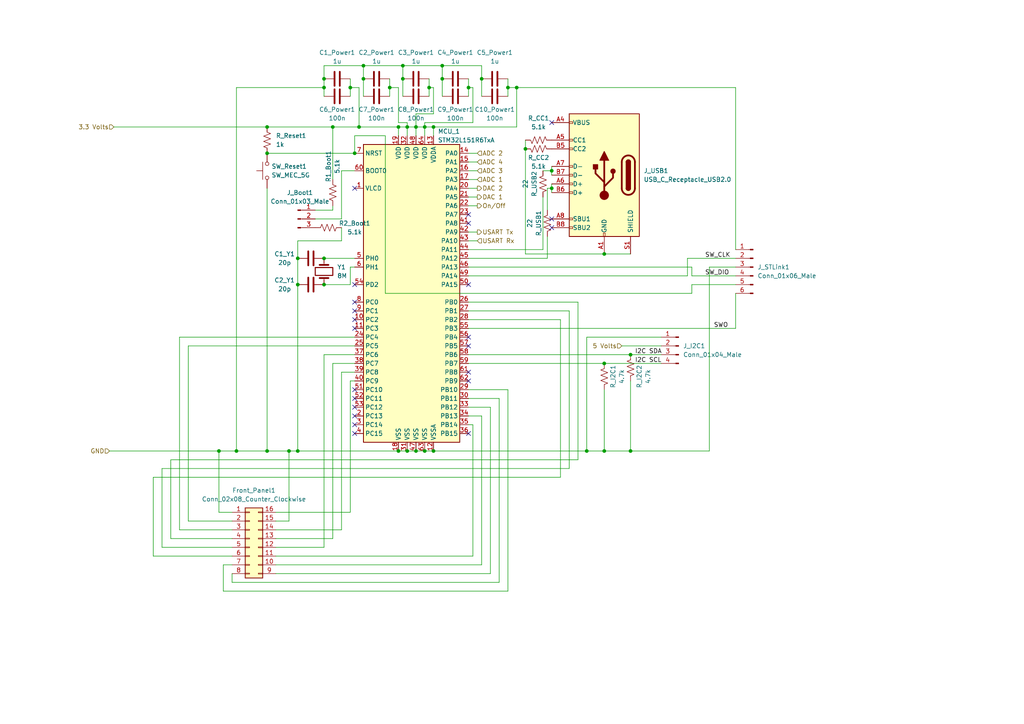
<source format=kicad_sch>
(kicad_sch (version 20211123) (generator eeschema)
  (paper "A4")
  (title_block (title "Primary Microcontroller") (date "2022-09-13") (rev "1") (company "George Mason University") (comment 2 "includes the display, LEDs, keypad, rotary encoder, and USB.") (comment 3 "voltage of channel 1, it also controls the I/O for the system. This") (comment 4 "This is the primary microcontroller, not only does this control the"))
  (lib_symbols
    (symbol "Connector:Conn_01x03_Male" (pin_names (offset 1.016) hide)
      (property "Reference" "J" (at 0 5.08 0))
      (property "Value" "Conn_01x03_Male" (at 0 -5.08 0))
      (symbol "Conn_01x03_Male_1_1"
        (polyline (pts (xy 1.27 -2.54) (xy 0.8636 -2.54)) (stroke (width 0.1524)))
        (polyline (pts (xy 1.27 0) (xy 0.8636 0)) (stroke (width 0.1524)))
        (polyline (pts (xy 1.27 2.54) (xy 0.8636 2.54)) (stroke (width 0.1524)))
        (rectangle (start 0.8636 -2.413) (end 0 -2.667) (stroke (width 0.1524)) (fill (type outline)))
        (rectangle (start 0.8636 0.127) (end 0 -0.127) (stroke (width 0.1524)) (fill (type outline)))
        (rectangle (start 0.8636 2.667) (end 0 2.413) (stroke (width 0.1524)) (fill (type outline)))
        (pin passive line (at 5.08 2.54 180) (length 3.81) (name "Pin_1") (number "1"))
        (pin passive line (at 5.08 0 180) (length 3.81) (name "Pin_2") (number "2"))
        (pin passive line (at 5.08 -2.54 180) (length 3.81) (name "Pin_3") (number "3"))
      )
    )
    (symbol "Connector:Conn_01x04_Male" (pin_names (offset 1.016) hide)
      (property "Reference" "J" (at 0 5.08 0))
      (property "Value" "Conn_01x04_Male" (at 0 -7.62 0))
      (symbol "Conn_01x04_Male_1_1"
        (polyline (pts (xy 1.27 -5.08) (xy 0.8636 -5.08)) (stroke (width 0.1524)))
        (polyline (pts (xy 1.27 -2.54) (xy 0.8636 -2.54)) (stroke (width 0.1524)))
        (polyline (pts (xy 1.27 0) (xy 0.8636 0)) (stroke (width 0.1524)))
        (polyline (pts (xy 1.27 2.54) (xy 0.8636 2.54)) (stroke (width 0.1524)))
        (rectangle (start 0.8636 -4.953) (end 0 -5.207) (stroke (width 0.1524)) (fill (type outline)))
        (rectangle (start 0.8636 -2.413) (end 0 -2.667) (stroke (width 0.1524)) (fill (type outline)))
        (rectangle (start 0.8636 0.127) (end 0 -0.127) (stroke (width 0.1524)) (fill (type outline)))
        (rectangle (start 0.8636 2.667) (end 0 2.413) (stroke (width 0.1524)) (fill (type outline)))
        (pin passive line (at 5.08 2.54 180) (length 3.81) (name "Pin_1") (number "1"))
        (pin passive line (at 5.08 0 180) (length 3.81) (name "Pin_2") (number "2"))
        (pin passive line (at 5.08 -2.54 180) (length 3.81) (name "Pin_3") (number "3"))
        (pin passive line (at 5.08 -5.08 180) (length 3.81) (name "Pin_4") (number "4"))
      )
    )
    (symbol "Connector:Conn_01x06_Male" (pin_names (offset 1.016) hide)
      (property "Reference" "J" (at 0 7.62 0))
      (property "Value" "Conn_01x06_Male" (at 0 -10.16 0))
      (symbol "Conn_01x06_Male_1_1"
        (polyline (pts (xy 1.27 -7.62) (xy 0.8636 -7.62)) (stroke (width 0.1524)))
        (polyline (pts (xy 1.27 -5.08) (xy 0.8636 -5.08)) (stroke (width 0.1524)))
        (polyline (pts (xy 1.27 -2.54) (xy 0.8636 -2.54)) (stroke (width 0.1524)))
        (polyline (pts (xy 1.27 0) (xy 0.8636 0)) (stroke (width 0.1524)))
        (polyline (pts (xy 1.27 2.54) (xy 0.8636 2.54)) (stroke (width 0.1524)))
        (polyline (pts (xy 1.27 5.08) (xy 0.8636 5.08)) (stroke (width 0.1524)))
        (rectangle (start 0.8636 -7.493) (end 0 -7.747) (stroke (width 0.1524)) (fill (type outline)))
        (rectangle (start 0.8636 -4.953) (end 0 -5.207) (stroke (width 0.1524)) (fill (type outline)))
        (rectangle (start 0.8636 -2.413) (end 0 -2.667) (stroke (width 0.1524)) (fill (type outline)))
        (rectangle (start 0.8636 0.127) (end 0 -0.127) (stroke (width 0.1524)) (fill (type outline)))
        (rectangle (start 0.8636 2.667) (end 0 2.413) (stroke (width 0.1524)) (fill (type outline)))
        (rectangle (start 0.8636 5.207) (end 0 4.953) (stroke (width 0.1524)) (fill (type outline)))
        (pin passive line (at 5.08 5.08 180) (length 3.81) (name "Pin_1") (number "1"))
        (pin passive line (at 5.08 2.54 180) (length 3.81) (name "Pin_2") (number "2"))
        (pin passive line (at 5.08 0 180) (length 3.81) (name "Pin_3") (number "3"))
        (pin passive line (at 5.08 -2.54 180) (length 3.81) (name "Pin_4") (number "4"))
        (pin passive line (at 5.08 -5.08 180) (length 3.81) (name "Pin_5") (number "5"))
        (pin passive line (at 5.08 -7.62 180) (length 3.81) (name "Pin_6") (number "6"))
      )
    )
    (symbol "Connector:USB_C_Receptacle_USB2.0" (pin_names (offset 1.016))
      (property "Reference" "J" (at -10.16 19.05 0))
      (property "Value" "USB_C_Receptacle_USB2.0" (at 19.05 19.05 0))
      (symbol "USB_C_Receptacle_USB2.0_0_0"
        (rectangle (start -0.254 -17.78) (end 0.254 -16.764))
        (rectangle (start 10.16 -14.986) (end 9.144 -15.494))
        (rectangle (start 10.16 -12.446) (end 9.144 -12.954))
        (rectangle (start 10.16 -4.826) (end 9.144 -5.334))
        (rectangle (start 10.16 -2.286) (end 9.144 -2.794))
        (rectangle (start 10.16 0.254) (end 9.144 -0.254))
        (rectangle (start 10.16 2.794) (end 9.144 2.286))
        (rectangle (start 10.16 7.874) (end 9.144 7.366))
        (rectangle (start 10.16 10.414) (end 9.144 9.906))
        (rectangle (start 10.16 15.494) (end 9.144 14.986))
      )
      (symbol "USB_C_Receptacle_USB2.0_0_1"
        (rectangle (start -10.16 17.78) (end 10.16 -17.78) (stroke (width 0.254)) (fill (type background)))
        (arc (start -8.89 -3.81) (mid -6.985 -5.715) (end -5.08 -3.81) (stroke (width 0.508)))
        (arc (start -7.62 -3.81) (mid -6.985 -4.445) (end -6.35 -3.81) (stroke (width 0.254)))
        (arc (start -7.62 -3.81) (mid -6.985 -4.445) (end -6.35 -3.81) (stroke (width 0.254)) (fill (type outline)))
        (rectangle (start -7.62 -3.81) (end -6.35 3.81) (stroke (width 0.254)) (fill (type outline)))
        (arc (start -6.35 3.81) (mid -6.985 4.445) (end -7.62 3.81) (stroke (width 0.254)))
        (arc (start -6.35 3.81) (mid -6.985 4.445) (end -7.62 3.81) (stroke (width 0.254)) (fill (type outline)))
        (arc (start -5.08 3.81) (mid -6.985 5.715) (end -8.89 3.81) (stroke (width 0.508)))
        (circle (center -2.54 1.143) (radius 0.635) (stroke (width 0.254)) (fill (type outline)))
        (circle (center 0 -5.842) (radius 1.27) (fill (type outline)))
        (polyline (pts (xy -8.89 -3.81) (xy -8.89 3.81)) (stroke (width 0.508)))
        (polyline (pts (xy -5.08 3.81) (xy -5.08 -3.81)) (stroke (width 0.508)))
        (polyline (pts (xy 0 -5.842) (xy 0 4.318)) (stroke (width 0.508)))
        (polyline (pts (xy 0 -3.302) (xy -2.54 -0.762) (xy -2.54 0.508)) (stroke (width 0.508)))
        (polyline (pts (xy 0 -2.032) (xy 2.54 0.508) (xy 2.54 1.778)) (stroke (width 0.508)))
        (polyline (pts (xy -1.27 4.318) (xy 0 6.858) (xy 1.27 4.318) (xy -1.27 4.318)) (stroke (width 0.254)) (fill (type outline)))
        (rectangle (start 1.905 1.778) (end 3.175 3.048) (stroke (width 0.254)) (fill (type outline)))
      )
      (symbol "USB_C_Receptacle_USB2.0_1_1"
        (pin passive line (at 0 -22.86 90) (length 5.08) (name "GND") (number "A1"))
        (pin passive line (at 0 -22.86 90) (length 5.08) hide (name "GND") (number "A12"))
        (pin passive line (at 15.24 15.24 180) (length 5.08) (name "VBUS") (number "A4"))
        (pin bidirectional line (at 15.24 10.16 180) (length 5.08) (name "CC1") (number "A5"))
        (pin bidirectional line (at 15.24 -2.54 180) (length 5.08) (name "D+") (number "A6"))
        (pin bidirectional line (at 15.24 2.54 180) (length 5.08) (name "D-") (number "A7"))
        (pin bidirectional line (at 15.24 -12.7 180) (length 5.08) (name "SBU1") (number "A8"))
        (pin passive line (at 15.24 15.24 180) (length 5.08) hide (name "VBUS") (number "A9"))
        (pin passive line (at 0 -22.86 90) (length 5.08) hide (name "GND") (number "B1"))
        (pin passive line (at 0 -22.86 90) (length 5.08) hide (name "GND") (number "B12"))
        (pin passive line (at 15.24 15.24 180) (length 5.08) hide (name "VBUS") (number "B4"))
        (pin bidirectional line (at 15.24 7.62 180) (length 5.08) (name "CC2") (number "B5"))
        (pin bidirectional line (at 15.24 -5.08 180) (length 5.08) (name "D+") (number "B6"))
        (pin bidirectional line (at 15.24 0 180) (length 5.08) (name "D-") (number "B7"))
        (pin bidirectional line (at 15.24 -15.24 180) (length 5.08) (name "SBU2") (number "B8"))
        (pin passive line (at 15.24 15.24 180) (length 5.08) hide (name "VBUS") (number "B9"))
        (pin passive line (at -7.62 -22.86 90) (length 5.08) (name "SHIELD") (number "S1"))
      )
    )
    (symbol "Connector_Generic:Conn_02x08_Counter_Clockwise" (pin_names (offset 1.016) hide)
      (property "Reference" "J" (at 1.27 10.16 0))
      (property "Value" "Conn_02x08_Counter_Clockwise" (at 1.27 -12.7 0))
      (symbol "Conn_02x08_Counter_Clockwise_1_1"
        (rectangle (start -1.27 -10.033) (end 0 -10.287) (stroke (width 0.1524)))
        (rectangle (start -1.27 -7.493) (end 0 -7.747) (stroke (width 0.1524)))
        (rectangle (start -1.27 -4.953) (end 0 -5.207) (stroke (width 0.1524)))
        (rectangle (start -1.27 -2.413) (end 0 -2.667) (stroke (width 0.1524)))
        (rectangle (start -1.27 0.127) (end 0 -0.127) (stroke (width 0.1524)))
        (rectangle (start -1.27 2.667) (end 0 2.413) (stroke (width 0.1524)))
        (rectangle (start -1.27 5.207) (end 0 4.953) (stroke (width 0.1524)))
        (rectangle (start -1.27 7.747) (end 0 7.493) (stroke (width 0.1524)))
        (rectangle (start -1.27 8.89) (end 3.81 -11.43) (stroke (width 0.254)) (fill (type background)))
        (rectangle (start 3.81 -10.033) (end 2.54 -10.287) (stroke (width 0.1524)))
        (rectangle (start 3.81 -7.493) (end 2.54 -7.747) (stroke (width 0.1524)))
        (rectangle (start 3.81 -4.953) (end 2.54 -5.207) (stroke (width 0.1524)))
        (rectangle (start 3.81 -2.413) (end 2.54 -2.667) (stroke (width 0.1524)))
        (rectangle (start 3.81 0.127) (end 2.54 -0.127) (stroke (width 0.1524)))
        (rectangle (start 3.81 2.667) (end 2.54 2.413) (stroke (width 0.1524)))
        (rectangle (start 3.81 5.207) (end 2.54 4.953) (stroke (width 0.1524)))
        (rectangle (start 3.81 7.747) (end 2.54 7.493) (stroke (width 0.1524)))
        (pin passive line (at -5.08 7.62 0) (length 3.81) (name "Pin_1") (number "1"))
        (pin passive line (at 7.62 -7.62 180) (length 3.81) (name "Pin_10") (number "10"))
        (pin passive line (at 7.62 -5.08 180) (length 3.81) (name "Pin_11") (number "11"))
        (pin passive line (at 7.62 -2.54 180) (length 3.81) (name "Pin_12") (number "12"))
        (pin passive line (at 7.62 0 180) (length 3.81) (name "Pin_13") (number "13"))
        (pin passive line (at 7.62 2.54 180) (length 3.81) (name "Pin_14") (number "14"))
        (pin passive line (at 7.62 5.08 180) (length 3.81) (name "Pin_15") (number "15"))
        (pin passive line (at 7.62 7.62 180) (length 3.81) (name "Pin_16") (number "16"))
        (pin passive line (at -5.08 5.08 0) (length 3.81) (name "Pin_2") (number "2"))
        (pin passive line (at -5.08 2.54 0) (length 3.81) (name "Pin_3") (number "3"))
        (pin passive line (at -5.08 0 0) (length 3.81) (name "Pin_4") (number "4"))
        (pin passive line (at -5.08 -2.54 0) (length 3.81) (name "Pin_5") (number "5"))
        (pin passive line (at -5.08 -5.08 0) (length 3.81) (name "Pin_6") (number "6"))
        (pin passive line (at -5.08 -7.62 0) (length 3.81) (name "Pin_7") (number "7"))
        (pin passive line (at -5.08 -10.16 0) (length 3.81) (name "Pin_8") (number "8"))
        (pin passive line (at 7.62 -10.16 180) (length 3.81) (name "Pin_9") (number "9"))
      )
    )
    (symbol "Device:C" (pin_numbers hide) (pin_names (offset 0.254))
      (property "Reference" "C" (at 0.635 2.54 0))
      (property "Value" "C" (at 0.635 -2.54 0))
      (symbol "C_0_1"
        (polyline (pts (xy -2.032 -0.762) (xy 2.032 -0.762)) (stroke (width 0.508)))
        (polyline (pts (xy -2.032 0.762) (xy 2.032 0.762)) (stroke (width 0.508)))
      )
      (symbol "C_1_1"
        (pin passive line (at 0 3.81 270) (length 2.794) (name "~") (number "1"))
        (pin passive line (at 0 -3.81 90) (length 2.794) (name "~") (number "2"))
      )
    )
    (symbol "Device:Crystal" (pin_numbers hide) (pin_names (offset 1.016) hide)
      (property "Reference" "Y" (at 0 3.81 0))
      (property "Value" "Crystal" (at 0 -3.81 0))
      (symbol "Crystal_0_1"
        (rectangle (start -1.143 2.54) (end 1.143 -2.54) (stroke (width 0.3048)))
        (polyline (pts (xy -2.54 0) (xy -1.905 0)))
        (polyline (pts (xy -1.905 -1.27) (xy -1.905 1.27)) (stroke (width 0.508)))
        (polyline (pts (xy 1.905 -1.27) (xy 1.905 1.27)) (stroke (width 0.508)))
        (polyline (pts (xy 2.54 0) (xy 1.905 0)))
      )
      (symbol "Crystal_1_1"
        (pin passive line (at -3.81 0 0) (length 1.27) (name "1") (number "1"))
        (pin passive line (at 3.81 0 180) (length 1.27) (name "2") (number "2"))
      )
    )
    (symbol "Device:R_US" (pin_numbers hide) (pin_names (offset 0))
      (property "Reference" "R" (at 2.54 0 90))
      (property "Value" "R_US" (at -2.54 0 90))
      (symbol "R_US_0_1"
        (polyline (pts (xy 0 -2.286) (xy 0 -2.54)))
        (polyline (pts (xy 0 2.286) (xy 0 2.54)))
        (polyline (pts (xy 0 -0.762) (xy 1.016 -1.143) (xy 0 -1.524) (xy -1.016 -1.905) (xy 0 -2.286)))
        (polyline (pts (xy 0 0.762) (xy 1.016 0.381) (xy 0 0) (xy -1.016 -0.381) (xy 0 -0.762)))
        (polyline (pts (xy 0 2.286) (xy 1.016 1.905) (xy 0 1.524) (xy -1.016 1.143) (xy 0 0.762)))
      )
      (symbol "R_US_1_1"
        (pin passive line (at 0 3.81 270) (length 1.27) (name "~") (number "1"))
        (pin passive line (at 0 -3.81 90) (length 1.27) (name "~") (number "2"))
      )
    )
    (symbol "MCU_ST_STM32L1:STM32L151R6TxA"
      (property "Reference" "U" (at -15.24 44.45 0))
      (property "Value" "STM32L151R6TxA" (at 7.62 44.45 0))
      (symbol "STM32L151R6TxA_0_1"
        (rectangle (start -15.24 -43.18) (end 12.7 43.18) (stroke (width 0.254)) (fill (type background)))
      )
      (symbol "STM32L151R6TxA_1_1"
        (pin power_in line (at -17.78 30.48 0) (length 2.54) (name "VLCD") (number "1"))
        (pin bidirectional line (at -17.78 -7.62 0) (length 2.54) (name "PC2") (number "10"))
        (pin bidirectional line (at -17.78 -10.16 0) (length 2.54) (name "PC3") (number "11"))
        (pin power_in line (at 5.08 -45.72 90) (length 2.54) (name "VSSA") (number "12"))
        (pin power_in line (at 5.08 45.72 270) (length 2.54) (name "VDDA") (number "13"))
        (pin bidirectional line (at 15.24 40.64 180) (length 2.54) (name "PA0") (number "14"))
        (pin bidirectional line (at 15.24 38.1 180) (length 2.54) (name "PA1") (number "15"))
        (pin bidirectional line (at 15.24 35.56 180) (length 2.54) (name "PA2") (number "16"))
        (pin bidirectional line (at 15.24 33.02 180) (length 2.54) (name "PA3") (number "17"))
        (pin power_in line (at -5.08 -45.72 90) (length 2.54) (name "VSS") (number "18"))
        (pin power_in line (at -5.08 45.72 270) (length 2.54) (name "VDD") (number "19"))
        (pin bidirectional line (at -17.78 -35.56 0) (length 2.54) (name "PC13") (number "2"))
        (pin bidirectional line (at 15.24 30.48 180) (length 2.54) (name "PA4") (number "20"))
        (pin bidirectional line (at 15.24 27.94 180) (length 2.54) (name "PA5") (number "21"))
        (pin bidirectional line (at 15.24 25.4 180) (length 2.54) (name "PA6") (number "22"))
        (pin bidirectional line (at 15.24 22.86 180) (length 2.54) (name "PA7") (number "23"))
        (pin bidirectional line (at -17.78 -12.7 0) (length 2.54) (name "PC4") (number "24"))
        (pin bidirectional line (at -17.78 -15.24 0) (length 2.54) (name "PC5") (number "25"))
        (pin bidirectional line (at 15.24 -2.54 180) (length 2.54) (name "PB0") (number "26"))
        (pin bidirectional line (at 15.24 -5.08 180) (length 2.54) (name "PB1") (number "27"))
        (pin bidirectional line (at 15.24 -7.62 180) (length 2.54) (name "PB2") (number "28"))
        (pin bidirectional line (at 15.24 -27.94 180) (length 2.54) (name "PB10") (number "29"))
        (pin bidirectional line (at -17.78 -38.1 0) (length 2.54) (name "PC14") (number "3"))
        (pin bidirectional line (at 15.24 -30.48 180) (length 2.54) (name "PB11") (number "30"))
        (pin power_in line (at -2.54 -45.72 90) (length 2.54) (name "VSS") (number "31"))
        (pin power_in line (at -2.54 45.72 270) (length 2.54) (name "VDD") (number "32"))
        (pin bidirectional line (at 15.24 -33.02 180) (length 2.54) (name "PB12") (number "33"))
        (pin bidirectional line (at 15.24 -35.56 180) (length 2.54) (name "PB13") (number "34"))
        (pin bidirectional line (at 15.24 -38.1 180) (length 2.54) (name "PB14") (number "35"))
        (pin bidirectional line (at 15.24 -40.64 180) (length 2.54) (name "PB15") (number "36"))
        (pin bidirectional line (at -17.78 -17.78 0) (length 2.54) (name "PC6") (number "37"))
        (pin bidirectional line (at -17.78 -20.32 0) (length 2.54) (name "PC7") (number "38"))
        (pin bidirectional line (at -17.78 -22.86 0) (length 2.54) (name "PC8") (number "39"))
        (pin bidirectional line (at -17.78 -40.64 0) (length 2.54) (name "PC15") (number "4"))
        (pin bidirectional line (at -17.78 -25.4 0) (length 2.54) (name "PC9") (number "40"))
        (pin bidirectional line (at 15.24 20.32 180) (length 2.54) (name "PA8") (number "41"))
        (pin bidirectional line (at 15.24 17.78 180) (length 2.54) (name "PA9") (number "42"))
        (pin bidirectional line (at 15.24 15.24 180) (length 2.54) (name "PA10") (number "43"))
        (pin bidirectional line (at 15.24 12.7 180) (length 2.54) (name "PA11") (number "44"))
        (pin bidirectional line (at 15.24 10.16 180) (length 2.54) (name "PA12") (number "45"))
        (pin bidirectional line (at 15.24 7.62 180) (length 2.54) (name "PA13") (number "46"))
        (pin power_in line (at 0 -45.72 90) (length 2.54) (name "VSS") (number "47"))
        (pin power_in line (at 0 45.72 270) (length 2.54) (name "VDD") (number "48"))
        (pin bidirectional line (at 15.24 5.08 180) (length 2.54) (name "PA14") (number "49"))
        (pin input line (at -17.78 10.16 0) (length 2.54) (name "PH0") (number "5"))
        (pin bidirectional line (at 15.24 2.54 180) (length 2.54) (name "PA15") (number "50"))
        (pin bidirectional line (at -17.78 -27.94 0) (length 2.54) (name "PC10") (number "51"))
        (pin bidirectional line (at -17.78 -30.48 0) (length 2.54) (name "PC11") (number "52"))
        (pin bidirectional line (at -17.78 -33.02 0) (length 2.54) (name "PC12") (number "53"))
        (pin bidirectional line (at -17.78 2.54 0) (length 2.54) (name "PD2") (number "54"))
        (pin bidirectional line (at 15.24 -10.16 180) (length 2.54) (name "PB3") (number "55"))
        (pin bidirectional line (at 15.24 -12.7 180) (length 2.54) (name "PB4") (number "56"))
        (pin bidirectional line (at 15.24 -15.24 180) (length 2.54) (name "PB5") (number "57"))
        (pin bidirectional line (at 15.24 -17.78 180) (length 2.54) (name "PB6") (number "58"))
        (pin bidirectional line (at 15.24 -20.32 180) (length 2.54) (name "PB7") (number "59"))
        (pin input line (at -17.78 7.62 0) (length 2.54) (name "PH1") (number "6"))
        (pin input line (at -17.78 35.56 0) (length 2.54) (name "BOOT0") (number "60"))
        (pin bidirectional line (at 15.24 -22.86 180) (length 2.54) (name "PB8") (number "61"))
        (pin bidirectional line (at 15.24 -25.4 180) (length 2.54) (name "PB9") (number "62"))
        (pin power_in line (at 2.54 -45.72 90) (length 2.54) (name "VSS") (number "63"))
        (pin power_in line (at 2.54 45.72 270) (length 2.54) (name "VDD") (number "64"))
        (pin input line (at -17.78 40.64 0) (length 2.54) (name "NRST") (number "7"))
        (pin bidirectional line (at -17.78 -2.54 0) (length 2.54) (name "PC0") (number "8"))
        (pin bidirectional line (at -17.78 -5.08 0) (length 2.54) (name "PC1") (number "9"))
      )
    )
    (symbol "Switch:SW_Push" (pin_numbers hide) (pin_names (offset 1.016) hide)
      (property "Reference" "SW" (at 1.27 2.54 0))
      (property "Value" "SW_Push" (at 0 -1.524 0))
      (symbol "SW_Push_0_1"
        (circle (center -2.032 0) (radius 0.508))
        (polyline (pts (xy 0 1.27) (xy 0 3.048)))
        (polyline (pts (xy 2.54 1.27) (xy -2.54 1.27)))
        (circle (center 2.032 0) (radius 0.508))
        (pin passive line (at -5.08 0 0) (length 2.54) (name "1") (number "1"))
        (pin passive line (at 5.08 0 180) (length 2.54) (name "2") (number "2"))
      )
    )
  )
  (junction (at 175.26 105.41))
  (junction (at 68.58 130.81))
  (junction (at 96.52 36.83))
  (junction (at 135.89 25.4))
  (junction (at 118.11 36.83))
  (junction (at 105.41 19.05))
  (junction (at 83.82 130.81))
  (junction (at 115.57 130.81))
  (junction (at 125.73 36.83))
  (junction (at 120.65 36.83))
  (junction (at 120.65 130.81))
  (junction (at 113.03 25.4))
  (junction (at 93.98 22.86))
  (junction (at 147.32 25.4))
  (junction (at 115.57 36.83))
  (junction (at 93.98 25.4))
  (junction (at 86.36 130.81))
  (junction (at 123.19 130.81))
  (junction (at 128.27 22.86))
  (junction (at 86.36 82.55))
  (junction (at 93.98 82.55))
  (junction (at 105.41 22.86))
  (junction (at 77.47 36.83))
  (junction (at 116.84 19.05))
  (junction (at 182.88 130.81))
  (junction (at 128.27 19.05))
  (junction (at 101.6 25.4))
  (junction (at 152.4 43.18))
  (junction (at 123.19 36.83))
  (junction (at 93.98 74.93))
  (junction (at 86.36 74.93))
  (junction (at 102.87 44.45))
  (junction (at 170.18 130.81))
  (junction (at 77.47 130.81))
  (junction (at 160.02 49.53))
  (junction (at 139.7 22.86))
  (junction (at 182.88 102.87))
  (junction (at 104.14 36.83))
  (junction (at 63.5 130.81))
  (junction (at 118.11 130.81))
  (junction (at 124.46 25.4))
  (junction (at 125.73 130.81))
  (junction (at 77.47 44.45))
  (junction (at 149.86 25.4))
  (junction (at 116.84 22.86))
  (junction (at 175.26 73.66))
  (junction (at 160.02 54.61))
  (junction (at 175.26 130.81))
  (no_connect (at 160.02 66.04))
  (no_connect (at 160.02 63.5))
  (no_connect (at 160.02 35.56))
  (no_connect (at 135.89 110.49))
  (no_connect (at 135.89 100.33))
  (no_connect (at 135.89 107.95))
  (no_connect (at 102.87 82.55))
  (no_connect (at 102.87 113.03))
  (no_connect (at 102.87 125.73))
  (no_connect (at 102.87 123.19))
  (no_connect (at 102.87 120.65))
  (no_connect (at 102.87 118.11))
  (no_connect (at 102.87 115.57))
  (no_connect (at 102.87 95.25))
  (no_connect (at 102.87 92.71))
  (no_connect (at 102.87 90.17))
  (no_connect (at 102.87 87.63))
  (no_connect (at 135.89 62.23))
  (no_connect (at 135.89 64.77))
  (no_connect (at 135.89 125.73))
  (no_connect (at 135.89 82.55))
  (no_connect (at 102.87 54.61))
  (no_connect (at 135.89 97.79))
  (wire (pts (xy 111.76 85.09) (xy 111.76 39.37)))
  (wire (pts (xy 67.31 151.13) (xy 54.61 151.13)))
  (wire (pts (xy 102.87 97.79) (xy 52.07 97.79)))
  (wire (pts (xy 64.77 163.83) (xy 67.31 163.83)))
  (wire (pts (xy 147.32 25.4) (xy 147.32 27.94)))
  (wire (pts (xy 113.03 25.4) (xy 113.03 27.94)))
  (wire (pts (xy 137.16 161.29) (xy 80.01 161.29)))
  (wire (pts (xy 83.82 130.81) (xy 86.36 130.81)))
  (wire (pts (xy 91.44 60.96) (xy 96.52 60.96)))
  (wire (pts (xy 67.31 168.91) (xy 67.31 166.37)))
  (wire (pts (xy 99.06 153.67) (xy 80.01 153.67)))
  (wire (pts (xy 144.78 168.91) (xy 67.31 168.91)))
  (wire (pts (xy 105.41 19.05) (xy 105.41 22.86)))
  (wire (pts (xy 162.56 138.43) (xy 44.45 138.43)))
  (wire (pts (xy 52.07 97.79) (xy 52.07 153.67)))
  (wire (pts (xy 123.19 35.56) (xy 123.19 36.83)))
  (wire (pts (xy 86.36 82.55) (xy 86.36 130.81)))
  (wire (pts (xy 99.06 107.95) (xy 99.06 153.67)))
  (wire (pts (xy 124.46 25.4) (xy 125.73 25.4)))
  (wire (pts (xy 135.89 113.03) (xy 147.32 113.03)))
  (wire (pts (xy 147.32 113.03) (xy 147.32 171.45)))
  (wire (pts (xy 96.52 59.69) (xy 96.52 60.96)))
  (wire (pts (xy 125.73 130.81) (xy 170.18 130.81)))
  (wire (pts (xy 135.89 59.69) (xy 138.43 59.69)))
  (wire (pts (xy 135.89 123.19) (xy 137.16 123.19)))
  (wire (pts (xy 152.4 43.18) (xy 152.4 73.66)))
  (wire (pts (xy 200.66 80.01) (xy 213.36 80.01)))
  (wire (pts (xy 54.61 151.13) (xy 54.61 100.33)))
  (wire (pts (xy 157.48 57.15) (xy 157.48 72.39)))
  (wire (pts (xy 33.02 36.83) (xy 77.47 36.83)))
  (wire (pts (xy 93.98 102.87) (xy 102.87 102.87)))
  (wire (pts (xy 123.19 36.83) (xy 125.73 36.83)))
  (wire (pts (xy 96.52 156.21) (xy 80.01 156.21)))
  (wire (pts (xy 93.98 74.93) (xy 102.87 74.93)))
  (wire (pts (xy 101.6 77.47) (xy 102.87 77.47)))
  (wire (pts (xy 54.61 100.33) (xy 102.87 100.33)))
  (wire (pts (xy 135.89 69.85) (xy 138.43 69.85)))
  (wire (pts (xy 142.24 166.37) (xy 80.01 166.37)))
  (wire (pts (xy 200.66 85.09) (xy 200.66 82.55)))
  (wire (pts (xy 49.53 156.21) (xy 67.31 156.21)))
  (wire (pts (xy 160.02 48.26) (xy 160.02 49.53)))
  (wire (pts (xy 115.57 36.83) (xy 115.57 39.37)))
  (wire (pts (xy 124.46 25.4) (xy 124.46 27.94)))
  (wire (pts (xy 142.24 118.11) (xy 142.24 166.37)))
  (wire (pts (xy 83.82 151.13) (xy 83.82 130.81)))
  (wire (pts (xy 137.16 35.56) (xy 123.19 35.56)))
  (wire (pts (xy 139.7 120.65) (xy 139.7 163.83)))
  (wire (pts (xy 68.58 25.4) (xy 93.98 25.4)))
  (wire (pts (xy 93.98 22.86) (xy 93.98 25.4)))
  (wire (pts (xy 200.66 82.55) (xy 213.36 82.55)))
  (wire (pts (xy 118.11 36.83) (xy 120.65 36.83)))
  (wire (pts (xy 135.89 54.61) (xy 138.43 54.61)))
  (wire (pts (xy 120.65 33.02) (xy 120.65 36.83)))
  (wire (pts (xy 139.7 22.86) (xy 139.7 27.94)))
  (wire (pts (xy 102.87 49.53) (xy 99.06 49.53)))
  (wire (pts (xy 160.02 53.34) (xy 160.02 54.61)))
  (wire (pts (xy 101.6 82.55) (xy 101.6 77.47)))
  (wire (pts (xy 137.16 123.19) (xy 137.16 161.29)))
  (wire (pts (xy 49.53 133.35) (xy 167.64 133.35)))
  (wire (pts (xy 135.89 57.15) (xy 138.43 57.15)))
  (wire (pts (xy 115.57 25.4) (xy 115.57 35.56)))
  (wire (pts (xy 135.89 102.87) (xy 182.88 102.87)))
  (wire (pts (xy 115.57 130.81) (xy 118.11 130.81)))
  (wire (pts (xy 96.52 36.83) (xy 104.14 36.83)))
  (wire (pts (xy 93.98 25.4) (xy 93.98 27.94)))
  (wire (pts (xy 120.65 130.81) (xy 123.19 130.81)))
  (wire (pts (xy 213.36 77.47) (xy 205.74 77.47)))
  (wire (pts (xy 102.87 39.37) (xy 102.87 44.45)))
  (wire (pts (xy 144.78 115.57) (xy 144.78 168.91)))
  (wire (pts (xy 105.41 22.86) (xy 105.41 27.94)))
  (wire (pts (xy 128.27 19.05) (xy 128.27 22.86)))
  (wire (pts (xy 68.58 130.81) (xy 68.58 25.4)))
  (wire (pts (xy 139.7 19.05) (xy 139.7 22.86)))
  (wire (pts (xy 128.27 22.86) (xy 128.27 27.94)))
  (wire (pts (xy 165.1 90.17) (xy 165.1 135.89)))
  (wire (pts (xy 115.57 36.83) (xy 118.11 36.83)))
  (wire (pts (xy 135.89 25.4) (xy 135.89 27.94)))
  (wire (pts (xy 123.19 130.81) (xy 125.73 130.81)))
  (wire (pts (xy 213.36 95.25) (xy 213.36 85.09)))
  (wire (pts (xy 213.36 25.4) (xy 213.36 72.39)))
  (wire (pts (xy 67.31 148.59) (xy 63.5 148.59)))
  (wire (pts (xy 99.06 49.53) (xy 99.06 63.5)))
  (wire (pts (xy 93.98 82.55) (xy 101.6 82.55)))
  (wire (pts (xy 86.36 74.93) (xy 86.36 82.55)))
  (wire (pts (xy 175.26 130.81) (xy 182.88 130.81)))
  (wire (pts (xy 165.1 135.89) (xy 46.99 135.89)))
  (wire (pts (xy 175.26 105.41) (xy 191.77 105.41)))
  (wire (pts (xy 205.74 77.47) (xy 205.74 130.81)))
  (wire (pts (xy 135.89 25.4) (xy 137.16 25.4)))
  (wire (pts (xy 135.89 72.39) (xy 157.48 72.39)))
  (wire (pts (xy 182.88 110.49) (xy 182.88 130.81)))
  (wire (pts (xy 152.4 73.66) (xy 175.26 73.66)))
  (wire (pts (xy 80.01 151.13) (xy 83.82 151.13)))
  (wire (pts (xy 120.65 36.83) (xy 120.65 39.37)))
  (wire (pts (xy 111.76 85.09) (xy 200.66 85.09)))
  (wire (pts (xy 118.11 35.56) (xy 118.11 36.83)))
  (wire (pts (xy 116.84 19.05) (xy 116.84 22.86)))
  (wire (pts (xy 86.36 130.81) (xy 115.57 130.81)))
  (wire (pts (xy 31.75 130.81) (xy 63.5 130.81)))
  (wire (pts (xy 96.52 105.41) (xy 96.52 156.21)))
  (wire (pts (xy 135.89 52.07) (xy 138.43 52.07)))
  (wire (pts (xy 199.39 74.93) (xy 213.36 74.93)))
  (wire (pts (xy 135.89 115.57) (xy 144.78 115.57)))
  (wire (pts (xy 77.47 44.45) (xy 102.87 44.45)))
  (wire (pts (xy 99.06 63.5) (xy 91.44 63.5)))
  (wire (pts (xy 68.58 130.81) (xy 77.47 130.81)))
  (wire (pts (xy 46.99 158.75) (xy 67.31 158.75)))
  (wire (pts (xy 63.5 148.59) (xy 63.5 130.81)))
  (wire (pts (xy 182.88 102.87) (xy 191.77 102.87)))
  (wire (pts (xy 158.75 68.58) (xy 158.75 74.93)))
  (wire (pts (xy 99.06 107.95) (xy 102.87 107.95)))
  (wire (pts (xy 102.87 105.41) (xy 96.52 105.41)))
  (wire (pts (xy 125.73 36.83) (xy 149.86 36.83)))
  (wire (pts (xy 86.36 69.85) (xy 86.36 74.93)))
  (wire (pts (xy 118.11 36.83) (xy 118.11 39.37)))
  (wire (pts (xy 135.89 80.01) (xy 199.39 80.01)))
  (wire (pts (xy 128.27 19.05) (xy 139.7 19.05)))
  (wire (pts (xy 160.02 49.53) (xy 160.02 50.8)))
  (wire (pts (xy 167.64 87.63) (xy 135.89 87.63)))
  (wire (pts (xy 63.5 130.81) (xy 68.58 130.81)))
  (wire (pts (xy 170.18 130.81) (xy 175.26 130.81)))
  (wire (pts (xy 93.98 158.75) (xy 80.01 158.75)))
  (wire (pts (xy 135.89 44.45) (xy 138.43 44.45)))
  (wire (pts (xy 124.46 22.86) (xy 124.46 25.4)))
  (wire (pts (xy 170.18 97.79) (xy 170.18 130.81)))
  (wire (pts (xy 101.6 25.4) (xy 104.14 25.4)))
  (wire (pts (xy 113.03 22.86) (xy 113.03 25.4)))
  (wire (pts (xy 77.47 36.83) (xy 96.52 36.83)))
  (wire (pts (xy 120.65 36.83) (xy 123.19 36.83)))
  (wire (pts (xy 101.6 25.4) (xy 101.6 27.94)))
  (wire (pts (xy 182.88 130.81) (xy 205.74 130.81)))
  (wire (pts (xy 158.75 54.61) (xy 160.02 54.61)))
  (wire (pts (xy 180.34 100.33) (xy 191.77 100.33)))
  (wire (pts (xy 191.77 97.79) (xy 170.18 97.79)))
  (wire (pts (xy 125.73 25.4) (xy 125.73 33.02)))
  (wire (pts (xy 135.89 118.11) (xy 142.24 118.11)))
  (wire (pts (xy 101.6 110.49) (xy 101.6 148.59)))
  (wire (pts (xy 44.45 138.43) (xy 44.45 161.29)))
  (wire (pts (xy 152.4 40.64) (xy 152.4 43.18)))
  (wire (pts (xy 93.98 22.86) (xy 93.98 19.05)))
  (wire (pts (xy 101.6 22.86) (xy 101.6 25.4)))
  (wire (pts (xy 147.32 171.45) (xy 64.77 171.45)))
  (wire (pts (xy 86.36 69.85) (xy 99.06 69.85)))
  (wire (pts (xy 113.03 25.4) (xy 115.57 25.4)))
  (wire (pts (xy 99.06 66.04) (xy 99.06 69.85)))
  (wire (pts (xy 182.88 73.66) (xy 175.26 73.66)))
  (wire (pts (xy 125.73 33.02) (xy 120.65 33.02)))
  (wire (pts (xy 162.56 92.71) (xy 162.56 138.43)))
  (wire (pts (xy 135.89 74.93) (xy 158.75 74.93)))
  (wire (pts (xy 52.07 153.67) (xy 67.31 153.67)))
  (wire (pts (xy 116.84 19.05) (xy 128.27 19.05)))
  (wire (pts (xy 149.86 25.4) (xy 213.36 25.4)))
  (wire (pts (xy 175.26 113.03) (xy 175.26 130.81)))
  (wire (pts (xy 149.86 36.83) (xy 149.86 25.4)))
  (wire (pts (xy 115.57 35.56) (xy 118.11 35.56)))
  (wire (pts (xy 157.48 49.53) (xy 160.02 49.53)))
  (wire (pts (xy 160.02 54.61) (xy 160.02 55.88)))
  (wire (pts (xy 135.89 67.31) (xy 138.43 67.31)))
  (wire (pts (xy 101.6 148.59) (xy 80.01 148.59)))
  (wire (pts (xy 96.52 36.83) (xy 96.52 52.07)))
  (wire (pts (xy 167.64 133.35) (xy 167.64 87.63)))
  (wire (pts (xy 147.32 22.86) (xy 147.32 25.4)))
  (wire (pts (xy 135.89 49.53) (xy 138.43 49.53)))
  (wire (pts (xy 105.41 19.05) (xy 116.84 19.05)))
  (wire (pts (xy 93.98 19.05) (xy 105.41 19.05)))
  (wire (pts (xy 199.39 80.01) (xy 199.39 74.93)))
  (wire (pts (xy 135.89 22.86) (xy 135.89 25.4)))
  (wire (pts (xy 104.14 25.4) (xy 104.14 36.83)))
  (wire (pts (xy 46.99 135.89) (xy 46.99 158.75)))
  (wire (pts (xy 137.16 25.4) (xy 137.16 35.56)))
  (wire (pts (xy 116.84 22.86) (xy 116.84 27.94)))
  (wire (pts (xy 135.89 105.41) (xy 175.26 105.41)))
  (wire (pts (xy 77.47 54.61) (xy 77.47 130.81)))
  (wire (pts (xy 118.11 130.81) (xy 120.65 130.81)))
  (wire (pts (xy 123.19 36.83) (xy 123.19 39.37)))
  (wire (pts (xy 149.86 25.4) (xy 147.32 25.4)))
  (wire (pts (xy 125.73 36.83) (xy 125.73 39.37)))
  (wire (pts (xy 93.98 102.87) (xy 93.98 158.75)))
  (wire (pts (xy 111.76 39.37) (xy 102.87 39.37)))
  (wire (pts (xy 49.53 133.35) (xy 49.53 156.21)))
  (wire (pts (xy 135.89 90.17) (xy 165.1 90.17)))
  (wire (pts (xy 64.77 171.45) (xy 64.77 163.83)))
  (wire (pts (xy 135.89 46.99) (xy 138.43 46.99)))
  (wire (pts (xy 135.89 95.25) (xy 213.36 95.25)))
  (wire (pts (xy 77.47 130.81) (xy 83.82 130.81)))
  (wire (pts (xy 158.75 54.61) (xy 158.75 60.96)))
  (wire (pts (xy 135.89 77.47) (xy 200.66 77.47)))
  (wire (pts (xy 44.45 161.29) (xy 67.31 161.29)))
  (wire (pts (xy 200.66 77.47) (xy 200.66 80.01)))
  (wire (pts (xy 135.89 92.71) (xy 162.56 92.71)))
  (wire (pts (xy 135.89 120.65) (xy 139.7 120.65)))
  (wire (pts (xy 139.7 163.83) (xy 80.01 163.83)))
  (wire (pts (xy 104.14 36.83) (xy 115.57 36.83)))
  (wire (pts (xy 102.87 110.49) (xy 101.6 110.49)))
  (label "SW_CLK" (at 204.47 74.93 0))
  (label "SWO" (at 207.01 95.25 0))
  (label "I2C SDA" (at 184.15 102.87 0))
  (label "SW_DIO" (at 204.47 80.01 0))
  (label "I2C SCL" (at 184.15 105.41 0))
  (hierarchical_label "ADC 3" (shape input) (at 138.43 49.53 0))
  (hierarchical_label "USART Tx" (shape output) (at 138.43 67.31 0))
  (hierarchical_label "3.3 Volts" (shape input) (at 33.02 36.83 180))
  (hierarchical_label "USART Rx" (shape input) (at 138.43 69.85 0))
  (hierarchical_label "ADC 2" (shape input) (at 138.43 44.45 0))
  (hierarchical_label "On{slash}Off" (shape output) (at 138.43 59.69 0))
  (hierarchical_label "DAC 2" (shape output) (at 138.43 54.61 0))
  (hierarchical_label "GND" (shape input) (at 31.75 130.81 180))
  (hierarchical_label "5 Volts" (shape input) (at 180.34 100.33 180))
  (hierarchical_label "ADC 1" (shape input) (at 138.43 52.07 0))
  (hierarchical_label "ADC 4" (shape input) (at 138.43 46.99 0))
  (hierarchical_label "DAC 1" (shape output) (at 138.43 57.15 0))
  (symbol (lib_id "Device:Crystal") (at 93.98 78.74 90) (unit 1)
    (property "Reference" "Y1" (at 97.79 77.4699 90) (effects (justify right)))
    (property "Value" "8M" (at 97.79 80.0099 90) (effects (justify right)))
    (property "Footprint" "Crystal:Crystal_SMD_HC49-SD" (effects hide))
  )
  (symbol (lib_id "Device:C") (at 90.17 82.55 90) (mirror x) (unit 1)
    (property "Reference" "C2_Y1" (at 82.55 81.28 90))
    (property "Value" "20p" (at 82.55 83.82 90))
    (property "Footprint" "Capacitor_SMD:C_0603_1608Metric" (effects hide))
  )
  (symbol (lib_id "Device:R_US") (at 157.48 53.34 0) (mirror x) (unit 1)
    (property "Reference" "R_USB2" (at 154.94 53.34 90))
    (property "Value" "22" (at 152.4 53.34 90))
    (property "Footprint" "Resistor_SMD:R_0603_1608Metric" (effects hide))
  )
  (symbol (lib_id "Connector:Conn_01x04_Male") (at 196.85 100.33 0) (mirror y) (unit 1)
    (property "Reference" "J_I2C1" (at 198.12 100.3299 0) (effects (justify right)))
    (property "Value" "Conn_01x04_Male" (at 198.12 102.8699 0) (effects (justify right)))
    (property "Footprint" "Connector_PinHeader_2.54mm:PinHeader_1x04_P2.54mm_Vertical" (effects hide))
  )
  (symbol (lib_id "Device:R_US") (at 156.21 43.18 270) (mirror x) (unit 1)
    (property "Reference" "R_CC2" (at 156.21 45.72 90))
    (property "Value" "5.1k" (at 156.21 48.26 90))
    (property "Footprint" "Resistor_SMD:R_0603_1608Metric" (effects hide))
  )
  (symbol (lib_id "Device:C") (at 132.08 22.86 90) (unit 1)
    (property "Reference" "C4_Power1" (at 132.08 15.24 90))
    (property "Value" "1u" (at 132.08 17.78 90))
    (property "Footprint" "Capacitor_SMD:C_0603_1608Metric" (effects hide))
  )
  (symbol (lib_id "Device:C") (at 120.65 27.94 90) (unit 1)
    (property "Reference" "C8_Power1" (at 120.65 31.75 90))
    (property "Value" "100n" (at 120.65 34.29 90))
    (property "Footprint" "Capacitor_SMD:C_0603_1608Metric" (effects hide))
  )
  (symbol (lib_id "Device:C") (at 143.51 22.86 90) (unit 1)
    (property "Reference" "C5_Power1" (at 143.51 15.24 90))
    (property "Value" "1u" (at 143.51 17.78 90))
    (property "Footprint" "Capacitor_SMD:C_0603_1608Metric" (effects hide))
  )
  (symbol (lib_id "Device:C") (at 90.17 74.93 90) (unit 1)
    (property "Reference" "C1_Y1" (at 82.55 73.66 90))
    (property "Value" "20p" (at 82.55 76.2 90))
    (property "Footprint" "Capacitor_SMD:C_0603_1608Metric" (effects hide))
  )
  (symbol (lib_id "Connector_Generic:Conn_02x08_Counter_Clockwise") (at 72.39 156.21 0) (unit 1)
    (property "Reference" "Front_Panel1" (at 73.66 142.24 0))
    (property "Value" "Conn_02x08_Counter_Clockwise" (at 73.66 144.78 0))
    (property "Footprint" "Connector_IDC:IDC-Header_2x08_P2.54mm_Vertical" (effects hide))
  )
  (symbol (lib_id "Switch:SW_Push") (at 77.47 49.53 90) (unit 1)
    (property "Reference" "SW_Reset1" (at 78.74 48.2599 90) (effects (justify right)))
    (property "Value" "SW_MEC_5G" (at 78.74 50.7999 90) (effects (justify right)))
    (property "Footprint" "Button_Switch_THT:SW_PUSH-12mm" (effects hide))
  )
  (symbol (lib_id "Device:C") (at 132.08 27.94 90) (unit 1)
    (property "Reference" "C9_Power1" (at 132.08 31.75 90))
    (property "Value" "100n" (at 132.08 34.29 90))
    (property "Footprint" "Capacitor_SMD:C_0603_1608Metric" (effects hide))
  )
  (symbol (lib_id "Device:R_US") (at 182.88 106.68 0) (mirror y) (unit 1)
    (property "Reference" "R_I2C2" (at 185.42 109.22 90))
    (property "Value" "4.7k" (at 187.96 109.22 90))
    (property "Footprint" "Resistor_SMD:R_0603_1608Metric" (effects hide))
  )
  (symbol (lib_id "Device:R_US") (at 77.47 40.64 0) (unit 1)
    (property "Reference" "R_Reset1" (at 80.01 39.3699 0) (effects (justify left)))
    (property "Value" "1k" (at 80.01 41.9099 0) (effects (justify left)))
    (property "Footprint" "Resistor_SMD:R_0603_1608Metric" (effects hide))
  )
  (symbol (lib_id "Device:R_US") (at 156.21 40.64 270) (mirror x) (unit 1)
    (property "Reference" "R_CC1" (at 156.21 34.29 90))
    (property "Value" "5.1k" (at 156.21 36.83 90))
    (property "Footprint" "Resistor_SMD:R_0603_1608Metric" (effects hide))
  )
  (symbol (lib_id "Connector:Conn_01x03_Male") (at 86.36 63.5 0) (unit 1)
    (property "Reference" "J_Boot1" (at 86.995 55.88 0))
    (property "Value" "Conn_01x03_Male" (at 86.995 58.42 0))
    (property "Footprint" "Connector_PinHeader_2.54mm:PinHeader_1x03_P2.54mm_Vertical" (effects hide))
  )
  (symbol (lib_id "Device:C") (at 109.22 22.86 90) (unit 1)
    (property "Reference" "C2_Power1" (at 109.22 15.24 90))
    (property "Value" "1u" (at 109.22 17.78 90))
    (property "Footprint" "Capacitor_SMD:C_0603_1608Metric" (effects hide))
  )
  (symbol (lib_id "Device:C") (at 97.79 22.86 90) (unit 1)
    (property "Reference" "C1_Power1" (at 97.79 15.24 90))
    (property "Value" "1u" (at 97.79 17.78 90))
    (property "Footprint" "Capacitor_SMD:C_0603_1608Metric" (effects hide))
  )
  (symbol (lib_id "Device:C") (at 97.79 27.94 90) (unit 1)
    (property "Reference" "C6_Power1" (at 97.79 31.75 90))
    (property "Value" "100n" (at 97.79 34.29 90))
    (property "Footprint" "Capacitor_SMD:C_0603_1608Metric" (effects hide))
  )
  (symbol (lib_id "Device:R_US") (at 158.75 64.77 0) (mirror x) (unit 1)
    (property "Reference" "R_USB1" (at 156.21 64.77 90))
    (property "Value" "22" (at 153.67 64.77 90))
    (property "Footprint" "Resistor_SMD:R_0603_1608Metric" (effects hide))
  )
  (symbol (lib_id "Device:C") (at 109.22 27.94 90) (unit 1)
    (property "Reference" "C7_Power1" (at 109.22 31.75 90))
    (property "Value" "100n" (at 109.22 34.29 90))
    (property "Footprint" "Capacitor_SMD:C_0603_1608Metric" (effects hide))
  )
  (symbol (lib_id "Device:R_US") (at 96.52 55.88 180) (unit 1)
    (property "Reference" "R1_Boot1" (at 95.25 48.26 90))
    (property "Value" "5.1k" (at 97.79 48.26 90))
    (property "Footprint" "Resistor_SMD:R_0603_1608Metric" (effects hide))
  )
  (symbol (lib_id "Device:R_US") (at 95.25 66.04 90) (unit 1)
    (property "Reference" "R2_Boot1" (at 102.87 64.77 90))
    (property "Value" "5.1k" (at 102.87 67.31 90))
    (property "Footprint" "Resistor_SMD:R_0603_1608Metric" (effects hide))
  )
  (symbol (lib_id "Connector:USB_C_Receptacle_USB2.0") (at 175.26 50.8 0) (mirror y) (unit 1)
    (property "Reference" "J_USB1" (at 186.69 49.5299 0) (effects (justify right)))
    (property "Value" "USB_C_Receptacle_USB2.0" (at 186.69 52.0699 0) (effects (justify right)))
    (property "Footprint" "Connector_USB:USB_C_Receptacle_Palconn_UTC16-G" (effects hide))
    (property "Datasheet" "https://www.usb.org/sites/default/files/documents/usb_type-c.zip" (effects hide))
  )
  (symbol (lib_id "Device:C") (at 143.51 27.94 90) (unit 1)
    (property "Reference" "C10_Power1" (at 143.51 31.75 90))
    (property "Value" "100n" (at 143.51 34.29 90))
    (property "Footprint" "Capacitor_SMD:C_0603_1608Metric" (effects hide))
  )
  (symbol (lib_id "MCU_ST_STM32L1:STM32L151R6TxA") (at 120.65 85.09 0) (unit 1)
    (property "Reference" "MCU_1" (at 127 38.1 0) (effects (justify left)))
    (property "Value" "STM32L151R6TxA" (at 127 40.64 0) (effects (justify left)))
    (property "Footprint" "Package_QFP:LQFP-64_10x10mm_P0.5mm" (effects hide))
    (property "Datasheet" "http://www.st.com/st-web-ui/static/active/en/resource/technical/document/datasheet/CD00277537.pdf" (effects hide))
  )
  (symbol (lib_id "Connector:Conn_01x06_Male") (at 218.44 77.47 0) (mirror y) (unit 1)
    (property "Reference" "J_STLink1" (at 219.71 77.4699 0) (effects (justify right)))
    (property "Value" "Conn_01x06_Male" (at 219.71 80.0099 0) (effects (justify right)))
    (property "Footprint" "Connector_PinHeader_2.54mm:PinHeader_1x06_P2.54mm_Vertical" (effects hide))
  )
  (symbol (lib_id "Device:C") (at 120.65 22.86 90) (unit 1)
    (property "Reference" "C3_Power1" (at 120.65 15.24 90))
    (property "Value" "1u" (at 120.65 17.78 90))
    (property "Footprint" "Capacitor_SMD:C_0603_1608Metric" (effects hide))
  )
  (symbol (lib_id "Device:R_US") (at 175.26 109.22 0) (mirror y) (unit 1)
    (property "Reference" "R_I2C1" (at 177.8 109.22 90))
    (property "Value" "4.7k" (at 180.34 109.22 90))
    (property "Footprint" "Resistor_SMD:R_0603_1608Metric" (effects hide))
  )
)
</source>
